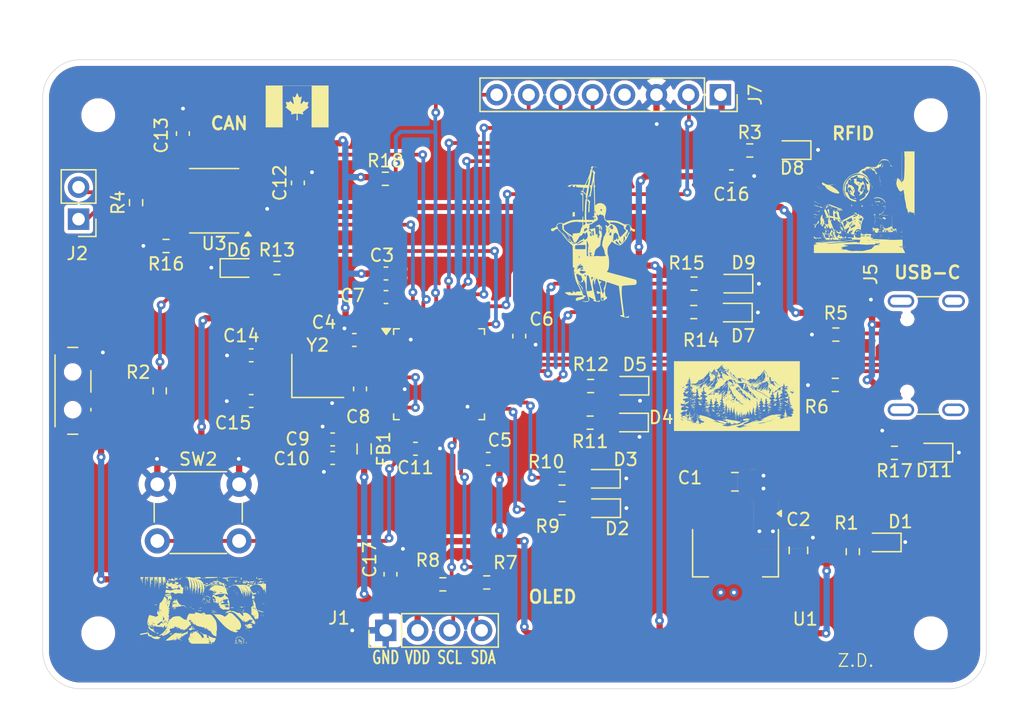
<source format=kicad_pcb>
(kicad_pcb (version 20241229) (generator "pcbnew") (generator_version "9.0")
  (layers (0 "F.Cu" signal) (2 "B.Cu" power) (13 "F.Paste" user) (15 "B.Paste" user) (5 "F.SilkS" user "F.Silkscreen") (7 "B.SilkS" user "B.Silkscreen") (1 "F.Mask" user) (3 "B.Mask" user) (25 "Edge.Cuts" user))
  (net 0 "")
  (net 1 "VBUS")
  (net 2 "GND")
  (net 3 "+3.3V")
  (net 4 "+3.3VA")
  (net 5 "/NRST")
  (net 6 "/HSE_IN")
  (net 7 "/PWR_LED_K")
  (net 8 "/USB_D-")
  (net 9 "/USB_D+")
  (net 10 "/LED_6")
  (net 11 "Net-(J2-Pin_2)")
  (net 12 "/BOOT0")
  (net 24 "/SW_BOOT0")
  (net 26 "/MISO")
  (net 28 "/RFID_SCK")
  (net 32 "Net-(J5-CC1)")
  (net 36 "Net-(J5-CC2)")
  (net 37 "Net-(J2-Pin_1)")
  (net 38 "Net-(D2-A)")
  (net 39 "Net-(D3-A)")
  (net 40 "Net-(D4-A)")
  (net 41 "/RFID_SDA")
  (net 42 "/MOSI")
  (net 43 "Net-(D5-A)")
  (net 44 "/LED_2")
  (net 45 "/LED_3")
  (net 46 "/LED_4")
  (net 47 "/LED_5")
  (net 48 "/LED_7")
  (net 49 "/LED_8")
  (net 50 "/LED_9")
  (net 51 "/LED_10")
  (net 53 "/CAN_TX")
  (net 54 "/CAN_RX")
  (net 56 "/RFID_RST")
  (net 58 "Net-(D6-A)")
  (net 60 "Net-(D7-A)")
  (net 61 "Net-(D9-A)")
  (net 64 "/OLED_SCL")
  (net 65 "/OLED_SDA")
  (net 66 "/CAN_STBY")
  (footprint "Capacitor_SMD:C_0603_1608Metric" (layer "F.Cu") (at 85.625 107.425)
    (property "Reference" "C11")
    (property "Value" "100n")
  )
  (footprint "ecocad_lib_footprints:Display_128x64_096_I2C" (layer "F.Cu") (at 87.07 121.86)
    (property "Reference" "J1")
    (property "Value" "Conn_01x04_Socket")
  )
  (footprint "Resistor_SMD:R_0603_1608Metric" (layer "F.Cu") (at 119.035 98.35 180)
    (property "Reference" "R5")
    (property "Value" "5k1")
  )
  (footprint "Capacitor_SMD:C_0603_1608Metric" (layer "F.Cu") (at 81.22 102.67 90)
    (property "Reference" "C8")
    (property "Value" "10n")
  )
  (footprint "LED_SMD:LED_0603_1608Metric" (layer "F.Cu") (at 110.9 96.6039 180)
    (property "Reference" "D7")
    (property "Value" "CYAN")
  )
  (footprint "Resistor_SMD:R_0603_1608Metric" (layer "F.Cu") (at 91.29 118.05 180)
    (property "Reference" "R7")
    (property "Value" "1k5")
  )
  (footprint "LOGO" (layer "F.Cu") (at 68.75 120.27)
    (property "Reference" "G***" (hide yes))
    (property "Value" "LOGO" (hide yes))
  )
  (footprint "LED_SMD:LED_0603_1608Metric" (layer "F.Cu") (at 110.945 94.3039 180)
    (property "Reference" "D9")
    (property "Value" "INDIGO")
  )
  (footprint "Resistor_SMD:R_0603_1608Metric" (layer "F.Cu") (at 83.23 85.97)
    (property "Reference" "R18")
    (property "Value" "1k5")
  )
  (footprint "MountingHole:MountingHole_2.2mm_M2" (layer "F.Cu") (at 60.414214 122.085786)
    (property "Reference" "H1")
    (property "Value" "MountingHole")
  )
  (footprint "Resistor_SMD:R_0603_1608Metric" (layer "F.Cu") (at 120.3825 115.605 90)
    (property "Reference" "R1")
    (property "Value" "5k")
  )
  (footprint "Capacitor_SMD:C_0805_2012Metric" (layer "F.Cu") (at 116.06 115.4975 90)
    (property "Reference" "C2")
    (property "Value" "22u")
  )
  (footprint "MountingHole:MountingHole_2.2mm_M2" (layer "F.Cu") (at 126.585786 122.085786)
    (property "Reference" "H2")
    (property "Value" "MountingHole")
  )
  (footprint "Button_Switch_SMD:SW_SPDT_PCM12" (layer "F.Cu") (at 58.71 102.82 -90)
    (property "Reference" "SW1")
    (property "Value" "SW_SPDT")
  )
  (footprint "Connector_USB:USB_C_Receptacle_GCT_USB4105-xx-A_16P_TopMnt_Horizontal" (layer "F.Cu") (at 127.315 100.01 90)
    (property "Reference" "J5")
    (property "Value" "USB_C_Receptacle")
  )
  (footprint "Resistor_SMD:R_0603_1608Metric" (layer "F.Cu") (at 65.3 102.825 90)
    (property "Reference" "R2")
    (property "Value" "10k")
  )
  (footprint "Resistor_SMD:R_0603_1608Metric" (layer "F.Cu") (at 65.805 91.31 180)
    (property "Reference" "R16")
    (property "Value" "10k")
  )
  (footprint "Package_QFP:LQFP-48_7x7mm_P0.5mm" (layer "F.Cu") (at 87.5 101.5)
    (property "Reference" "U2" (hide yes))
    (property "Value" "STM32F103C8T6")
  )
  (footprint "Resistor_SMD:R_0603_1608Metric" (layer "F.Cu") (at 74.615 93.06)
    (property "Reference" "R13")
    (property "Value" "10k")
  )
  (footprint "Resistor_SMD:R_0603_1608Metric" (layer "F.Cu") (at 123.6875 107.75)
    (property "Reference" "R17")
    (property "Value" "10k")
  )
  (footprint "Resistor_SMD:R_0603_1608Metric" (layer "F.Cu") (at 112.195 83.72)
    (property "Reference" "R3")
    (property "Value" "10k")
  )
  (footprint "Capacitor_SMD:C_0603_1608Metric" (layer "F.Cu") (at 83.64 117.4 -90)
    (property "Reference" "C17")
    (property "Value" "100n")
  )
  (footprint "Capacitor_SMD:C_0603_1608Metric" (layer "F.Cu") (at 67.14 82.375 -90)
    (property "Reference" "C13")
    (property "Value" "100n")
  )
  (footprint "Capacitor_SMD:C_0603_1608Metric" (layer "F.Cu") (at 76.28 86.295 90)
    (property "Reference" "C12")
    (property "Value" "100n")
  )
  (footprint "LED_SMD:LED_0603_1608Metric" (layer "F.Cu") (at 115.5675 83.69 180)
    (property "Reference" "D8")
    (property "Value" "ORANGE")
  )
  (footprint "Resistor_SMD:R_0603_1608Metric" (layer "F.Cu") (at 63.42 87.865 90)
    (property "Reference" "R4")
    (property "Value" "120")
  )
  (footprint "Inductor_SMD:L_0805_2012Metric" (layer "F.Cu") (at 81.545 107.4375 -90)
    (property "Reference" "FB1")
    (property "Value" "120R")
  )
  (footprint "LED_SMD:LED_0603_1608Metric" (layer "F.Cu") (at 126.84 107.73 180)
    (property "Reference" "D11")
    (property "Value" "YELLOW")
  )
  (footprint "LED_SMD:LED_0603_1608Metric" (layer "F.Cu") (at 102.6825 102.415 180)
    (property "Reference" "D5")
    (property "Value" "BLUE")
  )
  (footprint "Capacitor_SMD:C_0603_1608Metric" (layer "F.Cu") (at 72.57 103.63)
    (property "Reference" "C15")
    (property "Value" "100n")
  )
  (footprint "MountingHole:MountingHole_2.2mm_M2" (layer "F.Cu") (at 60.414214 80.914214)
    (property "Reference" "H4")
    (property "Value" "MountingHole")
  )
  (footprint "Capacitor_SMD:C_0603_1608Metric" (layer "F.Cu") (at 72.57 100)
    (property "Reference" "C14")
    (property "Value" "100n")
  )
  (footprint "Capacitor_SMD:C_0603_1608Metric" (layer "F.Cu") (at 110.73 85.77 180)
    (property "Reference" "C16")
    (property "Value" "100n")
  )
  (footprint "LOGO" (layer "F.Cu") (at 99.882388 90.925983)
    (property "Reference" "G***" (hide yes))
    (property "Value" "LOGO" (hide yes))
  )
  (footprint "Resistor_SMD:R_0603_1608Metric" (layer "F.Cu") (at 118.99 102.35 180)
    (property "Reference" "R6")
    (property "Value" "5k1")
  )
  (footprint "LED_SMD:LED_0603_1608Metric" (layer "F.Cu") (at 122.7325 114.87 180)
    (property "Reference" "D1")
    (property "Value" "RED")
  )
  (footprint "LOGO" (layer "F.Cu") (at 111.17 103.24)
    (property "Reference" "G***" (hide yes))
    (property "Value" "LOGO" (hide yes))
  )
  (footprint "Capacitor_SMD:C_0603_1608Metric" (layer "F.Cu") (at 79.045 106.685 180)
    (property "Reference" "C9")
    (property "Value" "1u")
  )
  (footprint "MountingHole:MountingHole_2.2mm_M2" (layer "F.Cu") (at 126.585786 80.914214)
    (property "Reference" "H3")
    (property "Value" "MountingHole")
  )
  (footprint "LED_SMD:LED_0603_1608Metric" (layer "F.Cu") (at 100.41 109.8125 180)
    (property "Reference" "D3")
    (property "Value" "AMBER")
  )
  (footprint "Resistor_SMD:R_0603_1608Metric" (layer "F.Cu") (at 97.2725 109.7875 180)
    (property "Reference" "R10")
    (property "Value" "10k")
  )
  (footprint "Resistor_SMD:R_0603_1608Metric" (layer "F.Cu") (at 107.7425 96.5639 180)
    (property "Reference" "R14")
    (property "Value" "10k")
  )
  (footprint "Crystal:Crystal_SMD_3225-4Pin_3.2x2.5mm" (layer "F.Cu") (at 77.86 101.64)
    (property "Reference" "Y2")
    (property "Value" "ASCO")
  )
  (footprint "Capacitor_SMD:C_0603_1608Metric" (layer "F.Cu") (at 83.281 93.496)
    (property "Reference" "C3")
    (property "Value" "10u")
  )
  (footprint "Resistor_SMD:R_0603_1608Metric" (layer "F.Cu") (at 99.545 102.44 180)
    (property "Reference" "R12")
    (property "Value" "10k")
  )
  (footprint "Capacitor_SMD:C_0603_1608Metric" (layer "F.Cu") (at 93.875 98.475 -90)
    (property "Reference" "C6")
    (property "Value" "100n")
  )
  (footprint "Resistor_SMD:R_0603_1608Metric" (layer "F.Cu") (at 99.505 105.35 180)
    (property "Reference" "R11")
    (property "Value" "10k")
  )
  (footprint "Resistor_SMD:R_0603_1608Metric" (layer "F.Cu") (at 107.7625 94.3039 180)
    (property "Reference" "R15")
    (property "Value" "10k")
  )
  (footprint "Capacitor_SMD:C_0603_1608Metric" (layer "F.Cu") (at 83.281 95.371)
    (property "Reference" "C7")
    (property "Value" "100n")
  )
  (footprint "Resistor_SMD:R_0603_1608Metric" (layer "F.Cu") (at 97.2775 112.1525 180)
    (property "Reference" "R9")
    (property "Value" "10k")
  )
  (footprint "Button_Switch_THT:SW_PUSH_6mm_H5mm" (layer "F.Cu") (at 65.11 110.25)
    (property "Reference" "SW2")
    (property "Value" "SW_Push")
  )
  (footprint "LED_SMD:LED_0603_1608Metric" (layer "F.Cu") (at 100.4325 112.15 180)
    (property "Reference" "D2")
    (property "Value" "PURPLE")
  )
  (footprint "Package_SO:SOIC-8_3.9x4.9mm_P1.27mm" (layer "F.Cu") (at 69.625 87.715 180)
    (property "Reference" "U3")
    (property "Value" "MCP2542FD")
  )
  (footprint "Capacitor_SMD:C_0603_1608Metric" (layer "F.Cu") (at 91.41 108.23 180)
    (property "Reference" "C5")
    (property "Value" "100n")
  )
  (footprint "LOGO" (layer "F.Cu") (at 121.29 87.83)
    (property "Reference" "G***" (hide yes))
    (property "Value" "LOGO" (hide yes))
  )
  (footprint "Capacitor_SMD:C_0603_1608Metric" (layer "F.Cu") (at 79.045 108.16 180)
    (property "Reference" "C10")
    (property "Value" "1u")
  )
  (footprint "Capacitor_SMD:C_0603_1608Metric" (layer "F.Cu") (at 80.765 98.78 180)
    (property "Reference" "C4")
    (property "Value" "100n")
  )
  (footprint "LOGO" (layer "F.Cu") (at 76.22 80.22)
    (property "Reference" "G***" (hide yes))
    (property "Value" "LOGO" (hide yes))
  )
  (footprint "LED_SMD:LED_0603_1608Metric" (layer "F.Cu") (at 71.5875 93.06)
    (property "Reference" "D6")
    (property "Value" "TEAL")
  )
  (footprint "Resistor_SMD:R_0603_1608Metric" (layer "F.Cu") (at 87.8 118.2)
    (property "Reference" "R8")
    (property "Value" "1k5")
  )
  (footprint "Connector_PinSocket_2.54mm:PinSocket_1x08_P2.54mm_Vertical" (layer "F.Cu") (at 109.86 79.29 -90)
    (property "Reference" "J7")
    (property "Value" "Conn_01x08_Socket")
  )
  (footprint "Connector_PinHeader_2.54mm:PinHeader_1x02_P2.54mm_Vertical" (layer "F.Cu") (at 58.85 89.175 180)
    (property "Reference" "J2")
    (property "Value" "Conn_01x02_Pin")
  )
  (footprint "Package_TO_SOT_SMD:SOT-223-3_TabPin2" (layer "F.Cu") (at 111.06 115.6975 -90)
    (property "Reference" "U1")
    (property "Value" "AMS1117-3.3")
  )
  (footprint "Capacitor_SMD:C_0805_2012Metric" (layer "F.Cu") (at 111.01 110.0475)
    (property "Reference" "C1")
    (property "Value" "22u")
  )
  (footprint "LED_SMD:LED_0603_1608Metric" (layer "F.Cu") (at 102.6475 105.34 180)
    (property "Reference" "D4")
    (property "Value" "GREEN")
  )
  (gr_line (start 59 126.5) (end 128 126.5) (stroke (width 0.05)) (layer "Edge.Cuts"))
  (gr_line (start 59 76.5) (end 128 76.5) (stroke (width 0.05)) (layer "Edge.Cuts"))
  (gr_arc (start 59 126.5) (mid 56.87868 125.62132) (end 56 123.5) (stroke (width 0.05)) (layer "Edge.Cuts"))
  (gr_line (start 131 123.5) (end 131 79.5) (stroke (width 0.05)) (layer "Edge.Cuts"))
  (gr_arc (start 56 79.5) (mid 56.87868 77.37868) (end 59 76.5) (stroke (width 0.05)) (layer "Edge.Cuts"))
  (gr_line (start 56 123.5) (end 56 79.5) (stroke (width 0.05)) (layer "Edge.Cuts"))
  (gr_arc (start 128 76.5) (mid 130.12132 77.37868) (end 131 79.5) (stroke (width 0.05)) (layer "Edge.Cuts"))
  (gr_arc (start 131 123.5) (mid 130.12132 125.62132) (end 128 126.5) (stroke (width 0.05)) (layer "Edge.Cuts"))
  (gr_text "Z.D." (at 119.1 124.84 0) (layer "F.SilkS") (effects (font (size 1 1) (thickness 0.1)) (justify left bottom)))
  (gr_text "RFID\n" (at 118.62 82.955 0) (layer "F.SilkS") (effects (font (size 1 1) (thickness 0.2) (bold yes)) (justify left bottom)))
  (gr_text "USB-C\n" (at 123.56 94 0) (layer "F.SilkS") (effects (font (size 1 1) (thickness 0.2) (bold yes)) (justify left bottom)))
  (gr_text "OLED\n" (at 94.51 119.78 0) (layer "F.SilkS") (effects (font (size 1 1) (thickness 0.2) (bold yes)) (justify left bottom)))
  (gr_text "CAN" (at 69.24 82.15 0) (layer "F.SilkS") (effects (font (size 1 1) (thickness 0.2) (bold yes)) (justify left bottom)))
  (segment (start 123.635 102.41) (end 122.28 102.41) (width 0.5) (layer "F.Cu") (net 1))
  (segment (start 76.79 88.21) (end 76.28 87.7) (width 0.5) (layer "F.Cu") (net 1))
  (segment (start 122.28 102.41) (end 121.29 103.4) (width 0.5) (layer "F.Cu") (net 1))
  (segment (start 114.93 88.47) (end 114.67 88.21) (width 0.5) (layer "F.Cu") (net 1))
  (segment (start 72.11 87.07) (end 72.1 87.08) (width 0.5) (layer "F.Cu") (net 1))
  (segment (start 121.29 106.1775) (end 122.8625 107.75) (width 0.5) (layer "F.Cu") (net 1))
  (segment (start 114.67 88.21) (end 76.79 88.21) (width 0.5) (layer "F.Cu") (net 1))
  (segment (start 121.92 96.98) (end 121.92 97.56) (width 0.5) (layer "F.Cu") (net 1))
  (segment (start 76.28 87.7) (end 76.28 87.07) (width 0.5) (layer "F.Cu") (net 1))
  (segment (start 123.585 97.56) (end 123.635 97.61) (width 0.5) (layer "F.Cu") (net 1))
  (segment (start 121.79 101.96) (end 122.24 102.41) (width 0.5) (layer "F.Cu") (net 1))
  (segment (start 121.29 103.4) (end 121.29 106.1775) (width 0.5) (layer "F.Cu") (net 1))
  (segment (start 76.28 87.07) (end 72.11 87.07) (width 0.5) (layer "F.Cu") (net 1))
  (segment (start 121.92 97.56) (end 123.585 97.56) (width 0.5) (layer "F.Cu") (net 1))
  (segment (start 121.56 96.62) (end 121.92 96.98) (width 0.5) (layer "F.Cu") (net 1))
  (segment (start 121.52 101.96) (end 121.79 101.96) (width 0.5) (layer "F.Cu") (net 1))
  (segment (start 122.24 102.41) (end 122.28 102.41) (width 0.5) (layer "F.Cu") (net 1))
  (segment (start 115.85 96.62) (end 121.56 96.62) (width 0.5) (layer "F.Cu") (net 1))
  (via (at 114.93 88.47) (size 0.7) (drill 0.3) (layers "F.Cu" "B.Cu") (net 1))
  (via (at 121.92 97.56) (size 0.7) (drill 0.3) (layers "F.Cu" "B.Cu") (net 1))
  (via (at 115.85 96.62) (size 0.7) (drill 0.3) (layers "F.Cu" "B.Cu") (net 1))
  (via (at 121.52 101.96) (size 0.7) (drill 0.3) (layers "F.Cu" "B.Cu") (net 1))
  (segment (start 121.9 97.58) (end 121.92 97.56) (width 0.5) (layer "B.Cu") (net 1))
  (segment (start 115.85 96.65) (end 115.39 96.19) (width 0.5) (layer "B.Cu") (net 1))
  (segment (start 115.85 96.65) (end 115.85 96.62) (width 0.5) (layer "B.Cu") (net 1))
  (segment (start 115.39 88.93) (end 114.93 88.47) (width 0.5) (layer "B.Cu") (net 1))
  (segment (start 121.9 101.58) (end 121.9 97.58) (width 0.5) (layer "B.Cu") (net 1))
  (segment (start 121.52 101.96) (end 121.9 101.58) (width 0.5) (layer "B.Cu") (net 1))
  (segment (start 115.39 96.19) (end 115.39 88.93) (width 0.5) (layer "B.Cu") (net 1))
  (segment (start 118.21 98.35) (end 117.1325 98.35) (width 0.5) (layer "F.Cu") (net 2))
  (segment (start 111.7325 94.3039) (end 112.9139 94.3039) (width 0.5) (layer "F.Cu") (net 2))
  (segment (start 122.87 103.21) (end 123.635 103.21) (width 0.5) (layer "F.Cu") (net 2))
  (segment (start 85.06 96.25) (end 84.34 96.25) (width 0.3) (layer "F.Cu") (net 2))
  (segment (start 104.78 79.29) (end 104.78 81.6) (width 0.5) (layer "F.Cu") (net 2))
  (segment (start 81.9 101.88) (end 82.27 102.25) (width 0.3) (layer "F.Cu") (net 2))
  (segment (start 118.165 102.35) (end 116.84 102.35) (width 0.5) (layer "F.Cu") (net 2))
  (segment (start 101.22 112.15) (end 102.38 112.15) (width 0.5) (layer "F.Cu") (net 2))
  (segment (start 78.96 102.49) (end 78.96 103.76) (width 0.5) (layer "F.Cu") (net 2))
  (segment (start 78.96 103.76) (end 79 103.8) (width 0.5) (layer "F.Cu") (net 2))
  (segment (start 89.75 105.6625) (end 89.75 107.345) (width 0.3) (layer "F.Cu") (net 2))
  (segment (start 69.43 93.06) (end 69.4 93.03) (width 0.5) (layer "F.Cu") (net 2))
  (segment (start 65.11 110.25) (end 65.11 108.26) (width 0.5) (layer "F.Cu") (net 2))
  (segment (start 81.48 101.88) (end 81.9 101.88) (width 0.3) (layer "F.Cu") (net 2))
  (segment (start 89.75 104.09) (end 89.76 104.08) (width 0.3) (layer "F.Cu") (net 2))
  (segment (start 78.27 108.16) (end 78.27 109.185) (width 0.5) (layer "F.Cu") (net 2))
  (segment (start 85.25 97.3375) (end 85.25 96.44) (width 0.3) (layer "F.Cu") (net 2))
  (segment (start 83.64 116.625) (end 83.64 116.37) (width 0.5) (layer "F.Cu") (net 2))
  (segment (start 117.6 83.69) (end 117.62 83.67) (width 0.5) (layer "F.Cu") (net 2))
  (segment (start 67.14 81.6) (end 67.14 80.4) (width 0.5) (layer "F.Cu") (net 2))
  (segment (start 82.27 102.25) (end 83.3375 102.25) (width 0.3) (layer "F.Cu") (net 2))
  (segment (start 123.635 96.81) (end 123.06 96.81) (width 0.5) (layer "F.Cu") (net 2))
  (segment (start 86.4 107.425) (end 87.55 107.425) (width 0.5) (layer "F.Cu") (net 2))
  (segment (start 122.72 105.98) (end 122.15 105.41) (width 0.5) (layer "F.Cu") (net 2))
  (segment (start 103.435 105.34) (end 103.435 106.475) (width 0.5) (layer "F.Cu") (net 2))
  (segment (start 67.14 80.4) (end 67.15 80.39) (width 0.5) (layer "F.Cu") (net 2))
  (segment (start 70.64 103.63) (end 70.63 103.64) (width 0.5) (layer "F.Cu") (net 2))
  (segment (start 84.77 102.52) (end 84.5 102.25) (width 0.3) (layer "F.Cu") (net 2))
  (segment (start 79.99 98.78) (end 79.99 97.87) (width 0.5) (layer "F.Cu") (net 2))
  (segment (start 116.84 102.35) (end 116.82 102.37) (width 0.5) (layer "F.Cu") (net 2))
  (segment (start 71.795 103.63) (end 70.64 103.63) (width 0.5) (layer "F.Cu") (net 2))
  (segment (start 103.435 106.475) (end 103.43 106.48) (width 0.5) (layer "F.Cu") (net 2))
  (segment (start 70.8 93.06) (end 69.43 93.06) (width 0.5) (layer "F.Cu") (net 2))
  (segment (start 79.99 97.87) (end 79.98 97.86) (width 0.5) (layer "F.Cu") (net 2))
  (segment (start 93.975 99.15) (end 93.875 99.25) (width 0.5) (layer "F.Cu") (net 2))
  (segment (start 104.78 81.6) (end 104.8 81.62) (width 0.5) (layer "F.Cu") (net 2))
  (segment (start 112.8261 96.6039) (end 112.84 96.59) (width 0.5) (layer "F.Cu") (net 2))
  (segment (start 71.795 100) (end 70.66 100) (width 0.5) (layer "F.Cu") (net 2))
  (segment (start 91.6625 99.25) (end 93.875 99.25) (width 0.3) (layer "F.Cu") (net 2))
  (segment (start 64.01 91.31) (end 64 91.3) (width 0.5) (layer "F.Cu") (net 2))
  (segment (start 85.25 96.44) (end 85.06 96.25) (width 0.3) (layer "F.Cu") (net 2))
  (segment (start 84.34 96.25) (end 84.056 95.966) (width 0.3) (layer "F.Cu") (net 2))
  (segment (start 71.61 110.25) (end 71.61 108.26) (width 0.5) (layer "F.Cu") (net 2))
  (segment (start 123.52 114.87) (end 124.52 114.87) (width 0.5) (layer "F.Cu") (net 2))
  (segment (start 76.28 85.52) (end 77.33 85.52) (width 0.5) (layer "F.Cu") (net 2))
  (segment (start 73.83 88.35) (end 73.84 88.36) (width 0.5) (layer "F.Cu") (net 2))
  (segment (start 123.06 96.81) (end 121.82 95.57) (width 0.5) (layer "F.Cu") (net 2))
  (segment (start 103.47 102.415) (end 103.47 103.61) (width 0.5) (layer "F.Cu") (net 2))
  (segment (start 89.75 107.345) (end 90.635 108.23) (width 0.3) (layer "F.Cu") (net 2))
  (segment (start 60.14 100.41) (end 60.78 99.77) (width 0.5) (layer "F.Cu") (net 2))
  (segment (start 84.77 102.69) (end 84.77 102.52) (width 0.3) (layer "F.Cu") (net 2))
  (segment (start 102.38 112.15) (end 102.39 112.14) (width 0.5) (layer "F.Cu") (net 2))
  (segment (start 127.6275 107.73) (end 128.8125 107.73) (width 0.5) (layer "F.Cu") (net 2))
  (segment (start 102.3475 109.8125) (end 102.38 109.78) (width 0.5) (layer "F.Cu") (net 2))
  (segment (start 78.27 106.685) (end 78.27 105.685) (width 0.5) (layer "F.Cu") (net 2))
  (segment (start 72.1 88.35) (end 73.83 88.35) (width 0.5) (layer "F.Cu") (net 2))
  (segment (start 95.175 99.15) (end 93.975 99.15) (width 0.5) (layer "F.Cu") (net 2))
  (segment (start 64.98 91.31) (end 64.01 91.31) (width 0.5) (layer "F.Cu") (net 2))
  (segment (start 122.15 103.93) (end 122.87 103.21) (width 0.5) (layer "F.Cu") (net 2))
  (segment (start 84.056 95.966) (end 84.056 95.371) (width 0.3) (layer "F.Cu") (net 2))
  (segment (start 84.056 95.371) (end 84.056 93.496) (width 0.5) (layer "F.Cu") (net 2))
  (segment (start 83.64 116.37) (end 84.63 115.38) (width 0.5) (layer "F.Cu") (net 2))
  (segment (start 87.55 107.425) (end 87.575 107.4) (width 0.5) (layer "F.Cu") (net 2))
  (segment (start 78.27 109.185) (end 78.345 109.26) (width 0.5) (layer "F.Cu") (net 2))
  (segment (start 89.75 105.6625) (end 89.75 104.12) (width 0.3) (layer "F.Cu") (net 2))
  (segment (start 116.355 83.69) (end 117.6 83.69) (width 0.5) (layer "F.Cu") (net 2))
  (segment (start 112.525 85.77) (end 112.545 85.75) (width 0.5) (layer "F.Cu") (net 2))
  (segment (start 83.26 121.86) (end 80.6 121.86) (width 0.5) (layer "F.Cu") (net 2))
  (segment (start 84.5 102.25) (end 83.3375 102.25) (width 0.3) (layer "F.Cu") (net 2))
  (segment (start 78.27 105.685) (end 78.245 105.66) (width 0.5) (layer "F.Cu") (net 2))
  (segment (start 70.66 100) (end 70.65 100.01) (width 0.5) (layer "F.Cu") (net 2))
  (segment (start 111.505 85.77) (end 112.525 85.77) (width 0.5) (layer "F.Cu") (net 2))
  (segment (start 122.15 105.41) (end 122.15 103.93) (width 0.5) (layer "F.Cu") (net 2))
  (segment (start 111.6875 96.6039) (end 112.8261 96.6039) (width 0.5) (layer "F.Cu") (net 2))
  (segment (start 85.25 97.3375) (end 85.25 98.75) (width 0.3) (layer "F.Cu") (net 2))
  (segment (start 65.11 108.26) (end 65.08 108.23) (width 0.5) (layer "F.Cu") (net 2))
  (segment (start 124.52 114.87) (end 124.55 114.84) (width 0.5) (layer "F.Cu") (net 2))
  (segment (start 89.75 104.12) (end 89.75 104.09) (width 0.3) (layer "F.Cu") (net 2))
  (segment (start 112.9139 94.3039) (end 112.92 94.31) (width 0.5) (layer "F.Cu") (net 2))
  (segment (start 77.33 85.52) (end 77.4 85.45) (width 0.5) (layer "F.Cu") (net 2))
  (segment (start 71.61 108.26) (end 71.58 108.23) (width 0.5) (layer "F.Cu") (net 2))
  (segment (start 101.1975 109.8125) (end 102.3475 109.8125) (width 0.5) (layer "F.Cu") (net 2))
  (via (at 78.345 109.26) (size 0.7) (drill 0.3) (layers "F.Cu" "B.Cu") (net 2))
  (via (at 113.285 110.585) (size 0.7) (drill 0.3) (layers "F.Cu" "B.Cu") (net 2))
  (via (at 64 91.3) (size 0.7) (drill 0.3) (layers "F.Cu" "B.Cu") (net 2))
  (via (at 103.43 106.48) (size 0.7) (drill 0.3) (layers "F.Cu" "B.Cu") (net 2))
  (via (at 73.84 88.36) (size 0.7) (drill 0.3) (layers "F.Cu" "B.Cu") (net 2))
  (via (at 122.72 105.98) (size 0.7) (drill 0.3) (layers "F.Cu" "B.Cu") (net 2))
  (via (at 95.175 99.15) (size 0.7) (drill 0.3) (layers "F.Cu" "B.Cu") (net 2))
  (via (at 114.035 113.985) (size 0.7) (drill 0.3) (layers "F.Cu" "B.Cu") (net 2))
  (via (at 77.4 85.45) (size 0.7) (drill 0.3) (layers "F.Cu" "B.Cu") (net 2))
  (via (at 117.21 114.485) (size 0.7) (drill 0.3) (layers "F.Cu" "B.Cu") (net 2))
  (via (at 112.96 113.985) (size 0.7) (drill 0.3) (layers "F.Cu" "B.Cu") (net 2))
  (via (at 84.77 102.69) (size 0.7) (drill 0.3) (layers "F.Cu" "B.Cu") (net 2))
  (via (at 60.78 99.77) (size 0.7) (drill 0.3) (layers "F.Cu" "B.Cu") (net 2))
  (via (at 84.63 115.38) (size 0.7) (drill 0.3) (layers "F.Cu" "B.Cu") (net 2))
  (via (at 69.4 93.03) (size 0.7) (drill 0.3) (layers "F.Cu" "B.Cu") (net 2))
  (via (at 112.84 96.59) (size 0.7) (drill 0.3) (layers "F.Cu" "B.Cu") (net 2))
  (via (at 85.25 98.75) (size 0.7) (drill 0.3) (layers "F.Cu" "B.Cu") (net 2))
  (via (at 102.38 109.78) (size 0.7) (drill 0.3) (layers "F.Cu" "B.Cu") (net 2))
  (via (at 65.08 108.23) (size 0.7) (drill 0.3) (layers "F.Cu" "B.Cu") (net 2))
  (via (at 104.8 81.62) (size 0.7) (drill 0.3) (layers "F.Cu" "B.Cu") (net 2))
  (via (at 70.65 100.01) (size 0.7) (drill 0.3) (layers "F.Cu" "B.Cu") (net 2))
  (via (at 121.82 95.57) (size 0.7) (drill 0.3) (layers "F.Cu" "B.Cu") (net 2))
  (via (at 78.245 105.66) (size 0.7) (drill 0.3) (layers "F.Cu" "B.Cu") (net 2))
  (via (at 87.575 107.4) (size 0.7) (drill 0.3) (layers "F.Cu" "B.Cu") (net 2))
  (via (at 79.98 97.86) (size 0.7) (drill 0.3) (layers "F.Cu" "B.Cu") (net 2))
  (via (at 71.58 108.23) (size 0.7) (drill 0.3) (layers "F.Cu" "B.Cu") (net 2))
  (via (at 128.8125 107.73) (size 0.7) (drill 0.3) (layers "F.Cu" "B.Cu") (net 2))
  (via (at 117.1325 98.35) (size 0.7) (drill 0.3) (layers "F.Cu" "B.Cu") (net 2))
  (via (at 117.62 83.67) (size 0.7) (drill 0.3) (layers "F.Cu" "B.Cu") (net 2))
  (via (at 116.82 102.37) (size 0.7) (drill 0.3) (layers "F.Cu" "B.Cu") (net 2))
  (via (at 124.55 114.84) (size 0.7) (drill 0.3) (layers "F.Cu" "B.Cu") (net 2))
  (via (at 112.92 94.31) (size 0.7) (drill 0.3) (layers "F.Cu" "B.Cu") (net 2))
  (via (at 70.63 103.64) (size 0.7) (drill 0.3) (layers "F.Cu" "B.Cu") (net 2))
  (via (at 102.39 112.14) (size 0.7) (drill 0.3) (layers "F.Cu" "B.Cu") (net 2))
  (via (at 103.47 103.61) (size 0.7) (drill 0.3) (layers "F.Cu" "B.Cu") (net 2))
  (via (at 89.76 104.08) (size 0.7) (drill 0.3) (layers "F.Cu" "B.Cu") (net 2))
  (via (at 113.285 109.56) (size 0.7) (drill 0.3) (layers "F.Cu" "B.Cu") (net 2))
  (via (at 80.6 121.86) (size 0.7) (drill 0.3) (layers "F.Cu" "B.Cu") (net 2))
  (via (at 112.545 85.75) (size 0.7) (drill 0.3) (layers "F.Cu" "B.Cu") (net 2))
  (via (at 79 103.8) (size 0.7) (drill 0.3) (layers "F.Cu" "B.Cu") (net 2))
  (via (at 67.15 80.39) (size 0.7) (drill 0.3) (layers "F.Cu" "B.Cu") (net 2))
  (segment (start 83.935 118.175) (end 83.64 118.175) (width 0.5) (layer "F.Cu") (net 3))
  (segment (start 92.115 114.875) (end 92.115 118.05) (width 0.5) (layer "F.Cu") (net 3))
  (segment (start 105.03 121.09) (end 105.02 121.08) (width 0.5) (layer "F.Cu") (net 3))
  (segment (start 68.74 97.24) (end 68.921 97.059) (width 0.5) (layer "F.Cu") (net 3))
  (segment (start 61.47 105.34) (end 61.2 105.07) (width 0.5) (layer "F.Cu") (net 3))
  (segment (start 85.24 116.87) (end 83.935 118.175) (width 0.5) (layer "F.Cu") (net 3))
  (segment (start 92.33 114.77) (end 92.01 114.77) (width 0.5) (layer "F.Cu") (net 3))
  (segment (start 116.06 116.4475) (end 118.3 116.4475) (width 0.5) (layer "F.Cu") (net 3))
  (segment (start 103.53 86.12) (end 103.88 85.77) (width 0.5) (layer "F.Cu") (net 3))
  (segment (start 73.345 100) (end 73.345 100.115) (width 0.5) (layer "F.Cu") (net 3))
  (segment (start 120.365 116.4475) (end 120.3825 116.43) (width 0.5) (layer "F.Cu") (net 3))
  (segment (start 64.49 119.57) (end 82.16 119.57) (width 0.5) (layer "F.Cu") (net 3))
  (segment (start 92.185 106.915) (end 92.185 108.23) (width 0.3) (layer "F.Cu") (net 3))
  (segment (start 60.64 108.09) (end 60.64 107.41) (width 0.5) (layer "F.Cu") (net 3))
  (segment (start 109.625 79.525) (end 109.86 79.29) (width 0.5) (layer "F.Cu") (net 3))
  (segment (start 74.02 100.79) (end 76.76 100.79) (width 0.5) (layer "F.Cu") (net 3))
  (segment (start 92.8 98.75) (end 93.2 98.35) (width 0.3) (layer "F.Cu") (net 3))
  (segment (start 103.38 92.87) (end 97.42 92.87) (width 0.5) (layer "F.Cu") (net 3))
  (segment (start 84.75 97.3375) (end 83.9125 96.5) (width 0.2) (layer "F.Cu") (net 3))
  (segment (start 109.955 79.385) (end 109.86 79.29) (width 0.5) (layer "F.Cu") (net 3))
  (segment (start 97.42 92.87) (end 94.61 92.87) (width 0.5) (layer "F.Cu") (net 3))
  (segment (start 60.64 107.41) (end 61.47 106.58) (width 0.5) (layer "F.Cu") (net 3))
  (segment (start 85.5 119.74) (end 85.8 120.04) (width 0.5) (layer "F.Cu") (net 3))
  (segment (start 81.28 85.84) (end 82.275 85.84) (width 0.5) (layer "F.Cu") (net 3))
  (segment (start 83.9125 96.5) (end 82.84 96.5) (width 0.2) (layer "F.Cu") (net 3))
  (segment (start 109.955 83.96) (end 109.955 79.385) (width 0.5) (layer "F.Cu") (net 3))
  (segment (start 94.28 121.82) (end 94.28 121.57) (width 0.5) (layer "F.Cu") (net 3))
  (segment (start 93.2 97.7) (end 93.875 97.7) (width 0.3) (layer "F.Cu") (net 3))
  (segment (start 83.64 119.57) (end 82.16 119.57) (width 0.5) (layer "F.Cu") (net 3))
  (segment (start 92.3 108.345) (end 92.185 108.23) (width 0.5) (layer "F.Cu") (net 3))
  (segment (start 91.6625 98.75) (end 92.8 98.75) (width 0.3) (layer "F.Cu") (net 3))
  (segment (start 118.3 116.4475) (end 120.365 116.4475) (width 0.5) (layer "F.Cu") (net 3))
  (segment (start 81.804 93.496) (end 81.79 93.51) (width 0.5) (layer "F.Cu") (net 3))
  (segment (start 73.99 102.49) (end 76.76 102.49) (width 0.5) (layer "F.Cu") (net 3))
  (segment (start 93.2 98.35) (end 93.2 97.7) (width 0.3) (layer "F.Cu") (net 3))
  (segment (start 73.345 100.115) (end 74.02 100.79) (width 0.5) (layer "F.Cu") (net 3))
  (segment (start 86.975 116.87) (end 86.975 118.2) (width 0.5) (layer "F.Cu") (net 3))
  (segment (start 81.57 98.75) (end 81.54 98.78) (width 0.3) (layer "F.Cu") (net 3))
  (segment (start 92.01 114.77) (end 88.14 114.77) (width 0.5) (layer "F.Cu") (net 3))
  (segment (start 93.86 97.685) (end 93.875 97.7) (width 0.5) (layer "F.Cu") (net 3))
  (segment (start 94.45 121.99) (end 94.28 121.82) (width 0.5) (layer "F.Cu") (net 3))
  (segment (start 82.275 85.84) (end 82.405 85.97) (width 0.5) (layer "F.Cu") (net 3))
  (segment (start 73.345 103.135) (end 73.99 102.49) (width 0.5) (layer "F.Cu") (net 3))
  (segment (start 80.07 96.24) (end 80.05 96.22) (width 0.5) (layer "F.Cu") (net 3))
  (segment (start 61.2 105.07) (end 60.14 105.07) (width 0.5) (layer "F.Cu") (net 3))
  (segment (start 109.675 79.475) (end 109.86 79.29) (width 0.5) (layer "F.Cu") (net 3))
  (segment (start 109.885 118.8475) (end 110.935 118.8475) (width 0.5) (layer "F.Cu") (net 3))
  (segment (start 109.955 83.96) (end 110.195 83.72) (width 0.5) (layer "F.Cu") (net 3))
  (segment (start 118.3 116.4475) (end 118.3 117.14) (width 0.5) (layer "F.Cu") (net 3))
  (segment (start 105.03 122.09) (end 94.55 122.09) (width 0.5) (layer "F.Cu") (net 3))
  (segment (start 78.72 83.15) (end 67.14 83.15) (width 0.5) (layer "F.Cu") (net 3))
  (segment (start 92.3 109.9) (end 92.3 108.345) (width 0.5) (layer "F.Cu") (net 3))
  (segment (start 81.079 97.059) (end 80.07 97.059) (width 0.5) (layer "F.Cu") (net 3))
  (segment (start 109.955 85.77) (end 109.955 83.96) (width 0.5) (layer "F.Cu") (net 3))
  (segment (start 105.03 122.09) (end 105.03 121.09) (width 0.5) (layer "F.Cu") (net 3))
  (segment (start 81.804 93.496) (end 82.506 93.496) (width 0.5) (layer "F.Cu") (net 3))
  (segment (start 79.82 108.16) (end 81.205 108.16) (width 0.5) (layer "F.Cu") (net 3))
  (segment (start 79.87 108.21) (end 79.82 108.16) (width 0.5) (layer "F.Cu") (net 3))
  (segment (start 79.62 83.15) (end 78.72 83.15) (width 0.5) (layer "F.Cu") (net 3))
  (segment (start 81.54 97.52) (end 81.079 97.059) (width 0.5) (layer "F.Cu") (net 3))
  (segment (start 68.61 105.69) (end 68.63 105.67) (width 0.5) (layer "F.Cu") (net 3))
  (segment (start 94.61 92.87) (end 93.78 93.7) (width 0.5) (layer "F.Cu") (net 3))
  (segment (start 91.86 106.59) (end 92.185 106.915) (width 0.3) (layer "F.Cu") (net 3))
  (segment (start 83.3375 98.75) (end 81.57 98.75) (width 0.3) (layer "F.Cu") (net 3))
  (segment (start 80.07 97.059) (end 80.07 96.24) (width 0.5) (layer "F.Cu") (net 3))
  (segment (start 61.47 106.58) (end 61.47 105.34) (width 0.5) (layer "F.Cu") (net 3))
  (segment (start 79.19 97.059) (end 80.07 97.059) (width 0.5) (layer "F.Cu") (net 3))
  (segment (start 92.01 114.77) (end 92.115 114.875) (width 0.5) (layer "F.Cu") (net 3))
  (segment (start 88.14 114.77) (end 86.975 115.935) (width 0.5) (layer "F.Cu") (net 3))
  (segment (start 60.64 117.8) (end 62.72 117.8) (width 0.5) (layer "F.Cu") (net 3))
  (segment (start 83.81 119.74) (end 85.5 119.74) (width 0.5) (layer "F.Cu") (net 3))
  (segment (start 62.72 117.8) (end 64.49 119.57) (width 0.5) (layer "F.Cu") (net 3))
  (segment (start 81.79 93.51) (end 81.33 93.51) (width 0.5) (layer "F.Cu") (net 3))
  (segment (start 83.64 119.57) (end 83.81 119.74) (width 0.5) (layer "F.Cu") (net 3))
  (segment (start 82.16 119.57) (end 81.55 118.96) (width 0.5) (layer "F.Cu") (net 3))
  (segment (start 81.205 108.16) (end 81.545 108.5) (width 0.5) (layer "F.Cu") (net 3))
  (segment (start 81.545 109.675) (end 81.55 109.68) (width 0.5) (layer "F.Cu") (net 3))
  (segment (start 103.38 92.87) (end 103.38 91.38) (width 0.5) (layer "F.Cu") (net 3))
  (segment (start 73.345 103.63) (end 73.345 100) (width 0.5) (layer "F.Cu") (net 3))
  (segment (start 109.895 85.83) (end 109.955 85.77) (width 0.5) (layer "F.Cu") (net 3))
  (segment (start 82.84 96.5) (end 82.49 96.15) (width 0.2) (layer "F.Cu") (net 3))
  (segment (start 81.55 108.505) (end 81.545 108.5) (width 0.5) (layer "F.Cu") (net 3))
  (segment (start 93.78 97.605) (end 93.875 97.7) (width 0.5) (layer "F.Cu") (net 3))
  (segment (start 92.3 113.91) (end 92.3 114.74) (width 0.5) (layer "F.Cu") (net 3))
  (segment (start 86.975 116.87) (end 85.24 116.87) (width 0.5) (layer "F.Cu") (net 3))
  (segment (start 82.49 96.15) (end 82.506 96.134) (width 0.2) (layer "F.Cu") (net 3))
  (segment (start 92.3 114.74) (end 92.33 114.77) (width 0.5) (layer "F.Cu") (net 3))
  (segment (start 68.921 97.059) (end 79.19 97.059) (width 0.5) (layer "F.Cu") (net 3))
  (segment (start 103.88 85.77) (end 109.955 85.77) (width 0.5) (layer "F.Cu") (net 3))
  (segment (start 93.78 93.7) (end 93.78 97.605) (width 0.5) (layer "F.Cu") (net 3))
  (segment (start 67.14 83.15) (end 67.14 85.8) (width 0.5) (layer "F.Cu") (net 3))
  (segment (start 85.8 120.04) (end 85.8 121.86) (width 0.5) (layer "F.Cu") (net 3))
  (segment (start 90.25 105.6625) (end 91.1775 106.59) (width 0.3) (layer "F.Cu") (net 3))
  (segment (start 104.66 92.87) (end 103.38 92.87) (width 0.5) (layer "F.Cu") (net 3))
  (segment (start 83.64 118.175) (end 83.64 119.57) (width 0.5) (layer "F.Cu") (net 3))
  (segment (start 81.55 109.68) (end 81.55 108.505) (width 0.5) (layer "F.Cu") (net 3))
  (segment (start 68.61 106.58) (end 68.61 105.69) (width 0.5) (layer "F.Cu") (net 3))
  (segment (start 61.47 106.58) (end 68.61 106.58) (width 0.5) (layer "F.Cu") (net 3))
  (segment (start 79.85 82.92) (end 79.62 83.15) (width 0.5) (layer "F.Cu") (net 3))
  (segment (start 118.25 122.09) (end 105.03 122.09) (width 0.5) (layer "F.Cu") (net 3))
  (segment (start 110.195 83.72) (end 111.37 83.72) (width 0.5) (layer "F.Cu") (net 3))
  (segment (start 86.975 115.935) (end 86.975 116.87) (width 0.5) (layer "F.Cu") (net 3))
  (segment (start 82.506 96.134) (end 82.506 95.371) (width 0.2) (layer "F.Cu") (net 3))
  (segment (start 67.14 85.8) (end 67.15 85.81) (width 0.5) (layer "F.Cu") (net 3))
  (segment (start 70.395 106.58) (end 73.345 103.63) (width 0.5) (layer "F.Cu") (net 3))
  (segment (start 82.506 95.371) (end 82.506 93.496) (width 0.5) (layer "F.Cu") (net 3))
  (segment (start 81.54 98.78) (end 81.54 97.52) (width 0.5) (layer "F.Cu") (net 3))
  (segment (start 94.28 114.77) (end 92.33 114.77) (width 0.5) (layer "F.Cu") (net 3))
  (segment (start 110.935 118.8475) (end 111.06 118.8475) (width 0.5) (layer "F.Cu") (net 3))
  (segment (start 73.345 103.63) (end 73.345 103.135) (width 0.5) (layer "F.Cu") (net 3))
  (segment (start 94.55 122.09) (end 94.45 121.99) (width 0.5) (layer "F.Cu") (net 3))
  (segment (start 91.1775 106.59) (end 91.86 106.59) (width 0.3) (layer "F.Cu") (net 3))
  (segment (start 68.61 106.58) (end 70.395 106.58) (width 0.5) (layer "F.Cu") (net 3))
  (via (at 60.64 108.09) (size 0.7) (drill 0.3) (layers "F.Cu" "B.Cu") (net 3))
  (via (at 94.28 114.77) (size 0.7) (drill 0.3) (layers "F.Cu" "B.Cu") (net 3))
  (via (at 81.33 93.51) (size 0.7) (drill 0.3) (layers "F.Cu" "B.Cu") (net 3))
  (via (at 118.25 122.09) (size 0.7) (drill 0.3) (layers "F.Cu" "B.Cu") (net 3))
  (via (at 68.63 105.67) (size 0.7) (drill 0.3) (layers "F.Cu" "B.Cu") (net 3))
  (via (at 94.28 121.57) (size 0.7) (drill 0.3) (layers "F.Cu" "B.Cu") (net 3))
  (via (at 92.3 113.91) (size 0.7) (drill 0.3) (layers "F.Cu" "B.Cu") (net 3))
  (via (at 109.885 118.8475) (size 0.7) (drill 0.3) (layers "F.Cu" "B.Cu") (net 3))
  (via (at 103.38 91.38) (size 0.7) (drill 0.3) (layers "F.Cu" "B.Cu") (net 3))
  (via (at 81.55 109.68) (size 0.7) (drill 0.3) (layers "F.Cu" "B.Cu") (net 3))
  (via (at 92.3 109.9) (size 0.7) (drill 0.3) (layers "F.Cu" "B.Cu") (net 3))
  (via (at 80.05 96.22) (size 0.7) (drill 0.3) (layers "F.Cu" "B.Cu") (net 3))
  (via (at 81.28 85.84) (size 0.7) (drill 0.3) (layers "F.Cu" "B.Cu") (net 3))
  (via (at 118.3 117.14) (size 0.7) (drill 0.3) (layers "F.Cu" "B.Cu") (net 3))
  (via (at 110.935 118.8475) (size 0.7) (drill 0.3) (layers "F.Cu" "B.Cu") (net 3))
  (via (at 79.85 82.92) (size 0.7) (drill 0.3) (layers "F.Cu" "B.Cu") (net 3))
  (via (at 103.53 86.12) (size 0.7) (drill 0.3) (layers "F.Cu" "B.Cu") (net 3))
  (via (at 105.02 121.08) (size 0.7) (drill 0.3) (layers "F.Cu" "B.Cu") (net 3))
  (via (at 104.66 92.87) (size 0.7) (drill 0.3) (layers "F.Cu" "B.Cu") (net 3))
  (via (at 60.64 117.8) (size 0.7) (drill 0.3) (layers "F.Cu" "B.Cu") (net 3))
  (via (at 68.74 97.24) (size 0.7) (drill 0.3) (layers "F.Cu" "B.Cu") (net 3))
  (via (at 81.55 118.96) (size 0.7) (drill 0.3) (layers "F.Cu" "B.Cu") (net 3))
  (segment (start 118.3 122.04) (end 118.25 122.09) (width 0.5) (layer "B.Cu") (net 3))
  (segment (start 92.3 109.9) (end 92.3 113.91) (width 0.5) (layer "B.Cu") (net 3))
  (segment (start 104.66 92.83) (end 104.66 92.87) (width 0.5) (layer "B.Cu") (net 3))
  (segment (start 103.38 86.27) (end 103.53 86.12) (width 0.5) (layer "B.Cu") (net 3))
  (segment (start 105.02 121.08) (end 105.02 93.19) (width 0.5) (layer "B.Cu") (net 3))
  (segment (start 103.38 91.38) (end 103.38 86.27) (width 0.5) (layer "B.Cu") (net 3))
  (segment (start 68.63 97.35) (end 68.74 97.24) (width 0.5) (layer "B.Cu") (net 3))
  (segment (start 81.55 109.68) (end 81.55 118.96) (width 0.5) (layer "B.Cu") (net 3))
  (segment (start 68.74 97.24) (end 68.76 97.26) (width 0.5) (layer "B.Cu") (net 3))
  (segment (start 80.05 96.22) (end 80.05 93.4) (width 0.5) (layer "B.Cu") (net 3))
  (segment (start 79.85 82.92) (end 80.05 83.12) (width 0.5) (layer "B.Cu") (net 3))
  (segment (start 80.16 93.51) (end 80.05 93.4) (width 0.5) (layer "B.Cu") (net 3))
  (segment (start 118.3 117.14) (end 118.3 122.04) (width 0.5) (layer "B.Cu") (net 3))
  (segment (start 94.28 114.77) (end 94.28 121.57) (width 0.5) (layer "B.Cu") (net 3))
  (segment (start 68.63 105.67) (end 68.63 97.35) (width 0.5) (layer "B.Cu") (net 3))
  (segment (start 80.05 85.84) (end 81.28 85.84) (width 0.5) (layer "B.Cu") (net 3))
  (segment (start 105.02 93.19) (end 104.66 92.83) (width 0.5) (layer "B.Cu") (net 3))
  (segment (start 81.33 93.51) (end 80.16 93.51) (width 0.5) (layer "B.Cu") (net 3))
  (segment (start 60.64 108.09) (end 60.64 117.8) (width 0.5) (layer "B.Cu") (net 3))
  (segment (start 80.05 83.12) (end 80.05 85.84) (width 0.5) (layer "B.Cu") (net 3))
  (segment (start 80.05 85.84) (end 80.05 93.4) (width 0.5) (layer "B.Cu") (net 3))
  (segment (start 81.545 106.375) (end 81.545 103.77) (width 0.5) (layer "F.Cu") (net 4))
  (segment (start 81.545 103.77) (end 81.22 103.445) (width 0.3) (layer "F.Cu") (net 4))
  (segment (start 81.55 103.43) (end 82.23 102.75) (width 0.3) (layer "F.Cu") (net 4))
  (segment (start 79.82 106.685) (end 81.235 106.685) (width 0.5) (layer "F.Cu") (net 4))
  (segment (start 81.545 103.495) (end 81.48 103.43) (width 0.3) (layer "F.Cu") (net 4))
  (segment (start 81.235 106.685) (end 81.545 106.375) (width 0.5) (layer "F.Cu") (net 4))
  (segment (start 79.87 106.635) (end 79.82 106.685) (width 0.3) (layer "F.Cu") (net 4))
  (segment (start 82.23 102.75) (end 83.3375 102.75) (width 0.3) (layer "F.Cu") (net 4))
  (segment (start 81.48 103.43) (end 81.55 103.43) (width 0.3) (layer "F.Cu") (net 4))
  (segment (start 84.3 107.425) (end 85.145 107.425) (width 0.3) (layer "F.Cu") (net 5))
  (segment (start 83.31 114.75) (end 71.61 114.75) (width 0.3) (layer "F.Cu") (net 5))
  (segment (start 85.625 104.15) (end 84.779534 104.15) (width 0.3) (layer "F.Cu") (net 5))
  (segment (start 83.95 104.979534) (end 83.95 107.075) (width 0.3) (layer "F.Cu") (net 5))
  (segment (start 84.779534 104.15) (end 83.95 104.979534) (width 0.3) (layer "F.Cu") (net 5))
  (segment (start 83.95 108.62) (end 83.56 109.01) (width 0.3) (layer "F.Cu") (net 5))
  (segment (start 85.625 101.75) (end 83.3375 101.75) (width 0.3) (layer "F.Cu") (net 5))
  (segment (start 83.95 107.075) (end 84.3 107.425) (width 0.3) (layer "F.Cu") (net 5))
  (segment (start 83.53 114.53) (end 83.31 114.75) (width 0.3) (layer "F.Cu") (net 5))
  (segment (start 71.61 114.75) (end 65.11 114.75) (width 0.3) (layer "F.Cu") (net 5))
  (segment (start 83.95 107.075) (end 83.95 108.62) (width 0.3) (layer "F.Cu") (net 5))
  (via (at 83.53 114.53) (size 0.7) (drill 0.3) (layers "F.Cu" "B.Cu") (net 5))
  (via (at 85.625 101.75) (size 0.7) (drill 0.3) (layers "F.Cu" "B.Cu") (net 5))
  (via (at 85.625 104.15) (size 0.7) (drill 0.3) (layers "F.Cu" "B.Cu") (net 5))
  (via (at 83.56 109.01) (size 0.7) (drill 0.3) (layers "F.Cu" "B.Cu") (net 5))
  (segment (start 83.53 109.04) (end 83.53 114.53) (width 0.3) (layer "B.Cu") (net 5))
  (segment (start 85.625 104.15) (end 85.625 101.75) (width 0.3) (layer "B.Cu") (net 5))
  (segment (start 83.56 109.01) (end 83.53 109.04) (width 0.3) (layer "B.Cu") (net 5))
  (segment (start 79 100.75) (end 83.3375 100.75) (width 0.3) (layer "F.Cu") (net 6))
  (segment (start 78.96 100.79) (end 79 100.75) (width 0.3) (layer "F.Cu") (net 6))
  (segment (start 120.3825 114.78) (end 121.855 114.78) (width 0.3) (layer "F.Cu") (net 7))
  (segment (start 121.855 114.78) (end 121.945 114.87) (width 0.3) (layer "F.Cu") (net 7))
  (segment (start 123.635 100.76) (end 122.159 100.76) (width 0.3) (layer "F.Cu") (net 8))
  (segment (start 123.635 99.76) (end 124.73 99.76) (width 0.3) (layer "F.Cu") (net 8))
  (segment (start 91.6625 100.75) (end 122.149 100.75) (width 0.3) (layer "F.Cu") (net 8))
  (segment (start 122.159 100.76) (end 122.149 100.75) (width 0.3) (layer "F.Cu") (net 8))
  (segment (start 124.73 100.76) (end 123.635 100.76) (width 0.3) (layer "F.Cu") (net 8))
  (segment (start 124.91 100.58) (end 124.73 100.76) (width 0.3) (layer "F.Cu") (net 8))
  (segment (start 124.73 99.76) (end 124.91 99.94) (width 0.3) (layer "F.Cu") (net 8))
  (segment (start 124.91 99.94) (end 124.91 100.58) (width 0.3) (layer "F.Cu") (net 8))
  (segment (start 123.635 100.26) (end 122.36 100.26) (width 0.3) (layer "F.Cu") (net 9))
  (segment (start 91.6625 100.25) (end 122.35 100.25) (width 0.3) (layer "F.Cu") (net 9))
  (segment (start 122.345 99.375) (end 122.345 100.245) (width 0.3) (layer "F.Cu") (net 9))
  (segment (start 122.345 100.245) (end 122.355 100.255) (width 0.3) (layer "F.Cu") (net 9))
  (segment (start 122.35 100.25) (end 122.355 100.255) (width 0.3) (layer "F.Cu") (net 9))
  (segment (start 123.635 99.26) (end 122.46 99.26) (width 0.3) (layer "F.Cu") (net 9))
  (segment (start 122.36 100.26) (end 122.355 100.255) (width 0.3) (layer "F.Cu") (net 9))
  (segment (start 122.46 99.26) (end 122.345 99.375) (width 0.3) (layer "F.Cu") (net 9))
  (segment (start 91.6625 102.25) (end 90.78 102.25) (width 0.3) (layer "F.Cu") (net 10))
  (segment (start 76.79 91.71) (end 75.44 93.06) (width 0.3) (layer "F.Cu") (net 10))
  (segment (start 91.91 91.71) (end 76.79 91.71) (width 0.3) (layer "F.Cu") (net 10))
  (segment (start 90.45 98.479534) (end 91.409534 97.52) (width 0.3) (layer "F.Cu") (net 10))
  (segment (start 91.409534 97.52) (end 92.02 97.52) (width 0.3) (layer "F.Cu") (net 10))
  (segment (start 90.45 101.92) (end 90.45 98.479534) (width 0.3) (layer "F.Cu") (net 10))
  (segment (start 90.78 102.25) (end 90.45 101.92) (width 0.3) (layer "F.Cu") (net 10))
  (via (at 92.02 97.52) (size 0.7) (drill 0.3) (layers "F.Cu" "B.Cu") (net 10))
  (via (at 91.91 91.71) (size 0.7) (drill 0.3) (layers "F.Cu" "B.Cu") (net 10))
  (segment (start 92.02 91.82) (end 91.91 91.71) (width 0.3) (layer "B.Cu") (net 10))
  (segment (start 92.02 97.52) (end 92.02 91.82) (width 0.3) (layer "B.Cu") (net 10))
  (segment (start 67.15 87.08) (end 63.46 87.08) (width 0.3) (layer "F.Cu") (net 11))
  (segment (start 63.46 87.08) (end 63.42 87.04) (width 0.3) (layer "F.Cu") (net 11))
  (segment (start 63.42 87.04) (end 59.255 87.04) (width 0.3) (layer "F.Cu") (net 11))
  (segment (start 59.255 87.04) (end 58.85 86.635) (width 0.3) (layer "F.Cu") (net 11))
  (segment (start 82.69 97.32) (end 83.390466 97.32) (width 0.3) (layer "F.Cu") (net 12))
  (segment (start 65.42 96) (end 66.13 95.29) (width 0.3) (layer "F.Cu") (net 12))
  (segment (start 66.13 95.29) (end 80.66 95.29) (width 0.3) (layer "F.Cu") (net 12))
  (segment (start 80.66 95.29) (end 82.69 97.32) (width 0.3) (layer "F.Cu") (net 12))
  (segment (start 65.3 102) (end 65.3 100.53) (width 0.3) (layer "F.Cu") (net 12))
  (segment (start 65.3 100.53) (end 65.32 100.51) (width 0.3) (layer "F.Cu") (net 12))
  (segment (start 86.53 99.48) (end 86.75 99.26) (width 0.3) (layer "F.Cu") (net 12))
  (segment (start 86.75 99.26) (end 86.75 97.3375) (width 0.3) (layer "F.Cu") (net 12))
  (segment (start 84.45 98.379534) (end 84.45 99.48) (width 0.3) (layer "F.Cu") (net 12))
  (segment (start 84.45 99.48) (end 86.53 99.48) (width 0.3) (layer "F.Cu") (net 12))
  (segment (start 83.390466 97.32) (end 84.45 98.379534) (width 0.3) (layer "F.Cu") (net 12))
  (via (at 65.42 96) (size 0.7) (drill 0.3) (layers "F.Cu" "B.Cu") (net 12))
  (via (at 65.32 100.51) (size 0.7) (drill 0.3) (layers "F.Cu" "B.Cu") (net 12))
  (segment (start 65.32 96.1) (end 65.42 96) (width 0.3) (layer "B.Cu") (net 12))
  (segment (start 65.32 100.51) (end 65.32 96.1) (width 0.3) (layer "B.Cu") (net 12))
  (segment (start 60.14 103.57) (end 65.22 103.57) (width 0.3) (layer "F.Cu") (net 24))
  (segment (start 65.22 103.57) (end 65.3 103.65) (width 0.3) (layer "F.Cu") (net 24))
  (segment (start 89.69 84.57) (end 99.29 84.57) (width 0.3) (layer "F.Cu") (net 26))
  (segment (start 88.75 97.3375) (end 88.75 95.18) (width 0.3) (layer "F.Cu") (net 26))
  (segment (start 99.71 84.13) (end 99.7 84.12) (width 0.3) (layer "F.Cu") (net 26))
  (segment (start 88.75 95.18) (end 89.81 94.12) (width 0.3) (layer "F.Cu") (net 26))
  (segment (start 99.7 84.12) (end 99.7 79.29) (width 0.3) (layer "F.Cu") (net 26))
  (segment (start 99.29 84.57) (end 99.29 84.55) (width 0.3) (layer "F.Cu") (net 26))
  (segment (start 99.29 84.55) (end 99.71 84.13) (width 0.3) (layer "F.Cu") (net 26))
  (via (at 89.69 84.57) (size 0.7) (drill 0.3) (layers "F.Cu" "B.Cu") (net 26))
  (via (at 89.81 94.12) (size 0.7) (drill 0.3) (layers "F.Cu" "B.Cu") (net 26))
  (segment (start 89.81 94.12) (end 89.81 84.69) (width 0.3) (layer "B.Cu") (net 26))
  (segment (start 89.81 84.69) (end 89.69 84.57) (width 0.3) (layer "B.Cu") (net 26))
  (segment (start 89.25 95.66) (end 89.76 95.15) (width 0.3) (layer "F.Cu") (net 28))
  (segment (start 94.34 81.93) (end 94.62 81.65) (width 0.3) (layer "F.Cu") (net 28))
  (segment (start 89.25 97.3375) (end 89.25 95.66) (width 0.3) (layer "F.Cu") (net 28))
  (segment (start 94.62 81.65) (end 94.62 79.29) (width 0.3) (layer "F.Cu") (net 28))
  (segment (start 91.07 81.93) (end 91.13 81.87) (width 0.3) (layer "F.Cu") (net 28))
  (segment (start 91.07 81.93) (end 94.34 81.93) (width 0.3) (layer "F.Cu") (net 28))
  (segment (start 89.76 95.15) (end 91.06 95.15) (width 0.3) (layer "F.Cu") (net 28))
  (via (at 91.06 95.15) (size 0.7) (drill 0.3) (layers "F.Cu" "B.Cu") (net 28))
  (via (at 91.07 81.93) (size 0.7) (drill 0.3) (layers "F.Cu" "B.Cu") (net 28))
  (segment (start 91.06 95.15) (end 91.06 81.94) (width 0.3) (layer "B.Cu") (net 28))
  (segment (start 91.06 81.94) (end 91.07 81.93) (width 0.3) (layer "B.Cu") (net 28))
  (segment (start 120.395 101.77) (end 119.815 102.35) (width 0.3) (layer "F.Cu") (net 32))
  (segment (start 120.6 101.77) (end 120.395 101.77) (width 0.3) (layer "F.Cu") (net 32))
  (segment (start 121.11 101.26) (end 123.635 101.26) (width 0.3) (layer "F.Cu") (net 32))
  (segment (start 120.6 101.77) (end 121.11 101.26) (width 0.3) (layer "F.Cu") (net 32))
  (segment (start 120.6575 98.35) (end 119.86 98.35) (width 0.3) (layer "F.Cu") (net 36))
  (segment (start 120.7475 98.26) (end 120.6575 98.35) (width 0.3) (layer "F.Cu") (net 36))
  (segment (start 120.7475 98.26) (end 123.635 98.26) (width 0.3) (layer "F.Cu") (net 36))
  (segment (start 67.15 88.35) (end 63.76 88.35) (width 0.3) (layer "F.Cu") (net 37))
  (segment (start 60.02 88.69) (end 59.535 89.175) (width 0.3) (layer "F.Cu") (net 37))
  (segment (start 63.76 88.35) (end 63.42 88.69) (width 0.3) (layer "F.Cu") (net 37))
  (segment (start 63.42 88.69) (end 60.02 88.69) (width 0.3) (layer "F.Cu") (net 37))
  (segment (start 59.535 89.175) (end 58.85 89.175) (width 0.3) (layer "F.Cu") (net 37))
  (segment (start 99.6425 112.1525) (end 99.645 112.15) (width 0.3) (layer "F.Cu") (net 38))
  (segment (start 98.1025 112.1525) (end 99.6425 112.1525) (width 0.3) (layer "F.Cu") (net 38))
  (segment (start 98.0975 109.7875) (end 99.5975 109.7875) (width 0.3) (layer "F.Cu") (net 39))
  (segment (start 99.5975 109.7875) (end 99.6225 109.8125) (width 0.3) (layer "F.Cu") (net 39))
  (segment (start 100.33 105.35) (end 101.85 105.35) (width 0.3) (layer "F.Cu") (net 40))
  (segment (start 101.85 105.35) (end 101.86 105.34) (width 0.3) (layer "F.Cu") (net 40))
  (segment (start 87.24 79.63) (end 87.58 79.29) (width 0.3) (layer "F.Cu") (net 41))
  (segment (start 84.03 84.79) (end 84.07 84.75) (width 0.3) (layer "F.Cu") (net 41))
  (segment (start 84.055 84.855) (end 84.04 84.84) (width 0.3) (layer "F.Cu") (net 41))
  (segment (start 87.271 95.081) (end 87.22 95.03) (width 0.3) (layer "F.Cu") (net 41))
  (segment (start 87.24 80.71) (end 87.24 79.63) (width 0.3) (layer "F.Cu") (net 41))
  (segment (start 84.03 84.83) (end 84.03 84.79) (width 0.3) (layer "F.Cu") (net 41))
  (segment (start 87.271 96.240364) (end 87.271 95.081) (width 0.3) (layer "F.Cu") (net 41))
  (segment (start 87.25 96.261364) (end 87.271 96.240364) (width 0.3) (layer "F.Cu") (net 41))
  (segment (start 87.25 97.3375) (end 87.25 96.261364) (width 0.3) (layer "F.Cu") (net 41))
  (segment (start 84.04 84.84) (end 84.03 84.83) (width 0.3) (layer "F.Cu") (net 41))
  (segment (start 87.58 79.29) (end 92.08 79.29) (width 0.3) (layer "F.Cu") (net 41))
  (segment (start 84.055 85.97) (end 84.055 84.855) (width 0.3) (layer "F.Cu") (net 41))
  (via (at 87.22 95.03) (size 0.7) (drill 0.3) (layers "F.Cu" "B.Cu") (net 41))
  (via (at 87.24 80.71) (size 0.7) (drill 0.3) (layers "F.Cu" "B.Cu") (net 41))
  (via (at 84.07 84.75) (size 0.7) (drill 0.3) (layers "F.Cu" "B.Cu") (net 41))
  (segment (start 84.45 82.23) (end 87.2 82.23) (width 0.3) (layer "B.Cu") (net 41))
  (segment (start 87.22 95.03) (end 87.22 82.21) (width 0.3) (layer "B.Cu") (net 41))
  (segment (start 87.2 82.23) (end 87.2 80.75) (width 0.3) (layer "B.Cu") (net 41))
  (segment (start 84.07 82.61) (end 84.45 82.23) (width 0.3) (layer "B.Cu") (net 41))
  (segment (start 84.07 84.75) (end 84.07 82.61) (width 0.3) (layer "B.Cu") (net 41))
  (segment (start 87.2 82.23) (end 87.22 82.21) (width 0.3) (layer "B.Cu") (net 41))
  (segment (start 87.2 80.75) (end 87.24 80.71) (width 0.3) (layer "B.Cu") (net 41))
  (segment (start 88.25 97.3375) (end 88.25 94.09) (width 0.3) (layer "F.Cu") (net 42))
  (segment (start 97.16 82.66) (end 97.16 79.29) (width 0.3) (layer "F.Cu") (net 42))
  (segment (start 88.29 83.13) (end 96.69 83.13) (width 0.3) (layer "F.Cu") (net 42))
  (segment (start 96.69 83.13) (end 97.16 82.66) (width 0.3) (layer "F.Cu") (net 42))
  (segment (start 88.25 94.09) (end 88.26 94.08) (width 0.3) (layer "F.Cu") (net 42))
  (via (at 88.26 94.08) (size 0.7) (drill 0.3) (layers "F.Cu" "B.Cu") (net 42))
  (via (at 88.29 83.13) (size 0.7) (drill 0.3) (layers "F.Cu" "B.Cu") (net 42))
  (segment (start 88.29 94.05) (end 88.29 83.13) (width 0.3) (layer "B.Cu") (net 42))
  (segment (start 88.26 94.08) (end 88.29 94.05) (width 0.3) (layer "B.Cu") (net 42))
  (segment (start 100.37 102.44) (end 101.87 102.44) (width 0.3) (layer "F.Cu") (net 43))
  (segment (start 101.87 102.44) (end 101.895 102.415) (width 0.3) (layer "F.Cu") (net 43))
  (segment (start 96.345 112.26) (end 96.4525 112.1525) (width 0.3) (layer "F.Cu") (net 44))
  (segment (start 93.7 112.26) (end 96.345 112.26) (width 0.3) (layer "F.Cu") (net 44))
  (segment (start 93.13 104.25) (end 93.39 104.51) (width 0.3) (layer "F.Cu") (net 44))
  (segment (start 91.6625 104.25) (end 93.13 104.25) (width 0.3) (layer "F.Cu") (net 44))
  (via (at 93.7 112.26) (size 0.7) (drill 0.3) (layers "F.Cu" "B.Cu") (net 44))
  (via (at 93.39 104.51) (size 0.7) (drill 0.3) (layers "F.Cu" "B.Cu") (net 44))
  (segment (start 93.55 112.09) (end 93.55 112.11) (width 0.3) (layer "B.Cu") (net 44))
  (segment (start 93.55 104.67) (end 93.55 112.09) (width 0.3) (layer "B.Cu") (net 44))
  (segment (start 93.39 104.51) (end 93.55 104.67) (width 0.3) (layer "B.Cu") (net 44))
  (segment (start 93.55 112.11) (end 93.7 112.26) (width 0.3) (layer "B.Cu") (net 44))
  (segment (start 96.38 109.72) (end 96.4475 109.7875) (width 0.3) (layer "F.Cu") (net 45))
  (segment (start 91.6625 103.75) (end 94.49 103.75) (width 0.3) (layer "F.Cu") (net 45))
  (segment (start 94.88 109.72) (end 96.38 109.72) (width 0.3) (layer "F.Cu") (net 45))
  (segment (start 94.49 103.75) (end 94.76 104.02) (width 0.3) (layer "F.Cu") (net 45))
  (via (at 94.88 109.72) (size 0.7) (drill 0.3) (layers "F.Cu" "B.Cu") (net 45))
  (via (at 94.76 104.02) (size 0.7) (drill 0.3) (layers "F.Cu" "B.Cu") (net 45))
  (segment (start 94.76 104.02) (end 94.76 109.6) (width 0.3) (layer "B.Cu") (net 45))
  (segment (start 94.76 109.6) (end 94.88 109.72) (width 0.3) (layer "B.Cu") (net 45))
  (segment (start 96.38 104.13) (end 97.6 105.35) (width 0.3) (layer "F.Cu") (net 46))
  (segment (start 91.6625 103.25) (end 96.38 103.25) (width 0.3) (layer "F.Cu") (net 46))
  (segment (start 96.38 103.25) (end 96.38 104.13) (width 0.3) (layer "F.Cu") (net 46))
  (segment (start 97.6 105.35) (end 98.68 105.35) (width 0.3) (layer "F.Cu") (net 46))
  (segment (start 98.41 102.75) (end 98.72 102.44) (width 0.3) (layer "F.Cu") (net 47))
  (segment (start 91.6625 102.75) (end 98.41 102.75) (width 0.3) (layer "F.Cu") (net 47))
  (segment (start 97.9961 96.5639) (end 106.9175 96.5639) (width 0.3) (layer "F.Cu") (net 48))
  (segment (start 95 101.75) (end 95.37 102.12) (width 0.3) (layer "F.Cu") (net 48))
  (segment (start 95.37 102.12) (end 95.401 102.151) (width 0.3) (layer "F.Cu") (net 48))
  (segment (start 91.6625 101.75) (end 95 101.75) (width 0.3) (layer "F.Cu") (net 48))
  (segment (start 97.74 96.82) (end 97.9961 96.5639) (width 0.3) (layer "F.Cu") (net 48))
  (segment (start 96.719 102.151) (end 97.37 101.5) (width 0.3) (layer "F.Cu") (net 48))
  (segment (start 106.9875 96.6339) (end 106.9175 96.5639) (width 0.3) (layer "F.Cu") (net 48))
  (segment (start 95.401 102.151) (end 96.719 102.151) (width 0.3) (layer "F.Cu") (net 48))
  (via (at 97.74 96.82) (size 0.7) (drill 0.3) (layers "F.Cu" "B.Cu") (net 48))
  (via (at 97.37 101.5) (size 0.7) (drill 0.3) (layers "F.Cu" "B.Cu") (net 48))
  (segment (start 97.37 97.19) (end 97.74 96.82) (width 0.3) (layer "B.Cu") (net 48))
  (segment (start 97.37 101.5) (end 97.37 97.19) (width 0.3) (layer "B.Cu") (net 48))
  (segment (start 106.8675 94.3739) (end 106.9375 94.3039) (width 0.3) (layer "F.Cu") (net 49))
  (segment (start 95.96 101.25) (end 96.16 101.45) (width 0.3) (layer "F.Cu") (net 49))
  (segment (start 96.41 94.57) (end 96.6761 94.3039) (width 0.3) (layer "F.Cu") (net 49))
  (segment (start 91.6625 101.25) (end 95.96 101.25) (width 0.3) (layer "F.Cu") (net 49))
  (segment (start 96.6761 94.3039) (end 106.9375 94.3039) (width 0.3) (layer "F.Cu") (net 49))
  (via (at 96.41 94.57) (size 0.7) (drill 0.3) (layers "F.Cu" "B.Cu") (net 49))
  (via (at 96.16 101.45) (size 0.7) (drill 0.3) (layers "F.Cu" "B.Cu") (net 49))
  (segment (start 96.16 101.45) (end 96.16 94.82) (width 0.3) (layer "B.Cu") (net 49))
  (segment (start 96.16 94.82) (end 96.41 94.57) (width 0.3) (layer "B.Cu") (net 49))
  (segment (start 113.02 83.72) (end 114.75 83.72) (width 0.3) (layer "F.Cu") (net 50))
  (segment (start 114.75 83.72) (end 114.78 83.69) (width 0.3) (layer "F.Cu") (net 50))
  (segment (start 126.0325 107.75) (end 126.0525 107.73) (width 0.3) (layer "F.Cu") (net 51))
  (segment (start 124.5125 107.75) (end 126.0325 107.75) (width 0.3) (layer "F.Cu") (net 51))
  (segment (start 85.75 97.3375) (end 85.75 95.96) (width 0.3) (layer "F.Cu") (net 53))
  (segment (start 85.25 89.62) (end 72.1 89.62) (width 0.3) (layer "F.Cu") (net 53))
  (segment (start 85.42 95.63) (end 85.42 94.99) (width 0.3) (layer "F.Cu") (net 53))
  (segment (start 85.75 95.96) (end 85.42 95.63) (width 0.3) (layer "F.Cu") (net 53))
  (via (at 85.42 94.99) (size 0.7) (drill 0.3) (layers "F.Cu" "B.Cu") (net 53))
  (via (at 85.25 89.62) (size 0.7) (drill 0.3) (layers "F.Cu" "B.Cu") (net 53))
  (segment (start 85.42 94.99) (end 85.42 89.79) (width 0.3) (layer "B.Cu") (net 53))
  (segment (start 85.42 89.79) (end 85.25 89.62) (width 0.3) (layer "B.Cu") (net 53))
  (segment (start 86.25 97.3375) (end 86.25 95.794094) (width 0.3) (layer "F.Cu") (net 54))
  (segment (start 72.18 84.05) (end 72.1 84.13) (width 0.3) (layer "F.Cu") (net 54))
  (segment (start 72.1 84.13) (end 72.1 85.81) (width 0.3) (layer "F.Cu") (net 54))
  (segment (start 86.2 84.05) (end 72.18 84.05) (width 0.3) (layer "F.Cu") (net 54))
  (segment (start 86.25 95.794094) (end 86.489032 95.555062) (width 0.3) (layer "F.Cu") (net 54))
  (via (at 86.2 84.05) (size 0.7) (drill 0.3) (layers "F.Cu" "B.Cu") (net 54))
  (via (at 86.489032 95.555062) (size 0.7) (drill 0.3) (layers "F.Cu" "B.Cu") (net 54))
  (segment (start 86.489032 95.555062) (end 86.25 95.31603) (width 0.3) (layer "B.Cu") (net 54))
  (segment (start 86.25 95.31603) (end 86.25 84.1) (width 0.3) (layer "B.Cu") (net 54))
  (segment (start 86.25 84.1) (end 86.2 84.05) (width 0.3) (layer "B.Cu") (net 54))
  (segment (start 107.36 81.57) (end 107.36 79.33) (width 0.3) (layer "F.Cu") (net 56))
  (segment (start 107.08 87.19) (end 107.22 87.05) (width 0.3) (layer "F.Cu") (net 56))
  (segment (start 90.25 97.3375) (end 90.25 96.31) (width 0.3) (layer "F.Cu") (net 56))
  (segment (start 90.46 96.1) (end 92.71 96.1) (width 0.3) (layer "F.Cu") (net 56))
  (segment (start 92.71 96.1) (end 92.82 95.99) (width 0.3) (layer "F.Cu") (net 56))
  (segment (start 107.36 79.33) (end 107.32 79.29) (width 0.3) (layer "F.Cu") (net 56))
  (segment (start 92.92 87.19) (end 107.08 87.19) (width 0.3) (layer "F.Cu") (net 56))
  (segment (start 90.25 96.31) (end 90.46 96.1) (width 0.3) (layer "F.Cu") (net 56))
  (via (at 92.82 95.99) (size 0.7) (drill 0.3) (layers "F.Cu" "B.Cu") (net 56))
  (via (at 107.36 81.57) (size 0.7) (drill 0.3) (layers "F.Cu" "B.Cu") (net 56))
  (via (at 107.22 87.05) (size 0.7) (drill 0.3) (layers "F.Cu" "B.Cu") (net 56))
  (via (at 92.92 87.19) (size 0.7) (drill 0.3) (layers "F.Cu" "B.Cu") (net 56))
  (segment (start 107.22 87.05) (end 107.22 81.71) (width 0.3) (layer "B.Cu") (net 56))
  (segment (start 107.22 81.71) (end 107.36 81.57) (width 0.3) (layer "B.Cu") (net 56))
  (segment (start 92.92 87.19) (end 92.92 95.89) (width 0.3) (layer "B.Cu") (net 56))
  (segment (start 92.92 95.89) (end 92.82 95.99) (width 0.3) (layer "B.Cu") (net 56))
  (segment (start 72.375 93.06) (end 73.79 93.06) (width 0.3) (layer "F.Cu") (net 58))
  (segment (start 108.5675 96.5639) (end 110.0725 96.5639) (width 0.3) (layer "F.Cu") (net 60))
  (segment (start 110.0725 96.5639) (end 110.1125 96.6039) (width 0.3) (layer "F.Cu") (net 60))
  (segment (start 108.5875 94.3039) (end 110.1575 94.3039) (width 0.3) (layer "F.Cu") (net 61))
  (segment (start 88.625 121.575) (end 88.34 121.86) (width 0.3) (layer "F.Cu") (net 64))
  (segment (start 88.75 106.95) (end 88.525 107.175) (width 0.3) (layer "F.Cu") (net 64))
  (segment (start 88.625 118.2) (end 88.625 121.575) (width 0.3) (layer "F.Cu") (net 64))
  (segment (start 88.75 105.6625) (end 88.75 106.95) (width 0.3) (layer "F.Cu") (net 64))
  (segment (start 88.5 118.075) (end 88.625 118.2) (width 0.3) (layer "F.Cu") (net 64))
  (segment (start 88.5 116.83) (end 88.5 118.075) (width 0.3) (layer "F.Cu") (net 64))
  (via (at 88.5 116.83) (size 0.7) (drill 0.3) (layers "F.Cu" "B.Cu") (net 64))
  (via (at 88.525 107.175) (size 0.7) (drill 0.3) (layers "F.Cu" "B.Cu") (net 64))
  (segment (start 88.525 107.175) (end 88.525 116.805) (width 0.3) (layer "B.Cu") (net 64))
  (segment (start 88.525 116.805) (end 88.5 116.83) (width 0.3) (layer "B.Cu") (net 64))
  (segment (start 88.525 107.175) (end 88.56 107.21) (width 0.3) (layer "B.Cu") (net 64))
  (segment (start 90.465 121.445) (end 90.88 121.86) (width 0.3) (layer "F.Cu") (net 65))
  (segment (start 90.465 117.065) (end 90.465 118.05) (width 0.3) (layer "F.Cu") (net 65))
  (segment (start 90.465 118.05) (end 90.465 121.445) (width 0.3) (layer "F.Cu") (net 65))
  (segment (start 90.25 116.82) (end 90.48 117.05) (width 0.3) (layer "F.Cu") (net 65))
  (segment (start 90.48 117.05) (end 90.465 117.065) (width 0.3) (layer "F.Cu") (net 65))
  (segment (start 89.52 116.82) (end 90.25 116.82) (width 0.3) (layer "F.Cu") (net 65))
  (segment (start 89.25 109.4) (end 89.53 109.68) (width 0.3) (layer "F.Cu") (net 65))
  (segment (start 89.25 109.4) (end 89.25 105.6625) (width 0.3) (layer "F.Cu") (net 65))
  (via (at 89.52 116.82) (size 0.7) (drill 0.3) (layers "F.Cu" "B.Cu") (net 65))
  (via (at 89.53 109.68) (size 0.7) (drill 0.3) (layers "F.Cu" "B.Cu") (net 65))
  (segment (start 89.52 109.69) (end 89.52 116.82) (width 0.3) (layer "B.Cu") (net 65))
  (segment (start 89.53 109.68) (end 89.52 109.69) (width 0.3) (layer "B.Cu") (net 65))
  (segment (start 66.63 90.14) (end 66.63 91.31) (width 0.3) (layer "F.Cu") (net 66))
  (segment (start 67.15 89.62) (end 66.63 90.14) (width 0.3) (layer "F.Cu") (net 66))
  (zone (net 1) (net_name "VBUS") (layer "F.Cu") (priority 2) (connect_pads yes (clearance 0.3)) (min_thickness 0.25) (fill yes (thermal_gap 0.5) (thermal_bridge_width 0.5))
    (polygon (pts (xy 109.46 113.81) (xy 108.06 113.81) (xy 107.71 113.51) (xy 107.71 111.41) (xy 108.735 110.66) (xy 108.735 108.935) (xy 109.9 106.69) (xy 111.53 106.69) (xy 117.68 106.59) (xy 122.18 102.1) (xy 123.19 102.08) (xy 124.22 102.11) (xy 124.21 102.69) (xy 123.031628 102.65926) (xy 122.32 102.72) (xy 118.59 107.84) (xy 117.51 108.05) (xy 110.88 108.24) (xy 110.835 110.71) (xy 110.435 111.085) (xy 109.985 111.085) (xy 109.785 111.26) (xy 109.785 113.51)))
  )
  (zone (net 3) (net_name "+3.3V") (layer "F.Cu") (priority 3) (connect_pads yes (clearance 0.3)) (min_thickness 0.25) (fill yes (thermal_gap 0.5) (thermal_bridge_width 0.5))
    (polygon (pts (xy 111.635 111.51) (xy 110.385 111.51) (xy 110.035 111.835) (xy 110.035 114.385) (xy 108.86 115.81) (xy 108.86 119.81) (xy 109.13 120.125) (xy 116.976666 120.125) (xy 117.1 119.976999) (xy 117.1 115.849616) (xy 116.935 115.71) (xy 114.985 115.685) (xy 114.56 116.235) (xy 112.46 116.235) (xy 112.06 115.81) (xy 112.06 111.81)))
  )
  (zone (net 2) (net_name "GND") (layers "F.Cu" "B.Cu") (connect_pads (clearance 0.3)) (min_thickness 0.25) (fill yes (thermal_gap 0.5) (thermal_bridge_width 0.5))
    (polygon (pts (xy 54.043497 73.733655) (xy 133.956742 73.962895) (xy 133.99569 128.412042) (xy 53.77025 129.007663)))
  )
  (zone (net 2) (net_name "GND") (layers "F.Cu" "B.Cu") (priority 1) (connect_pads yes (clearance 0.3)) (min_thickness 0.25) (fill yes (thermal_gap 0.5) (thermal_bridge_width 0.5))
    (polygon (pts (xy 111.685 109.06) (xy 113.81 109.06) (xy 114.485 109.635) (xy 114.485 113.085) (xy 115.21 113.785) (xy 117.435 113.785) (xy 117.735 114.085) (xy 117.735 114.96) (xy 117.435 115.31) (xy 112.885 115.335) (xy 112.535 114.985) (xy 112.51 111.46) (xy 112.21 111.135) (xy 111.535 111.135) (xy 111.21 110.81) (xy 111.21 109.385)))
  )
)
</source>
